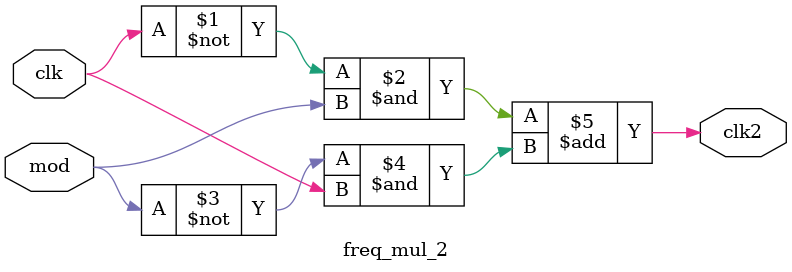
<source format=v>

module freq_mul_2(clk,mod,clk2);

input clk,mod;
output clk2;

wire clk;
wire clk2;
wire mod;

assign clk2 = (~clk & mod) + (~mod & clk);

endmodule
</source>
